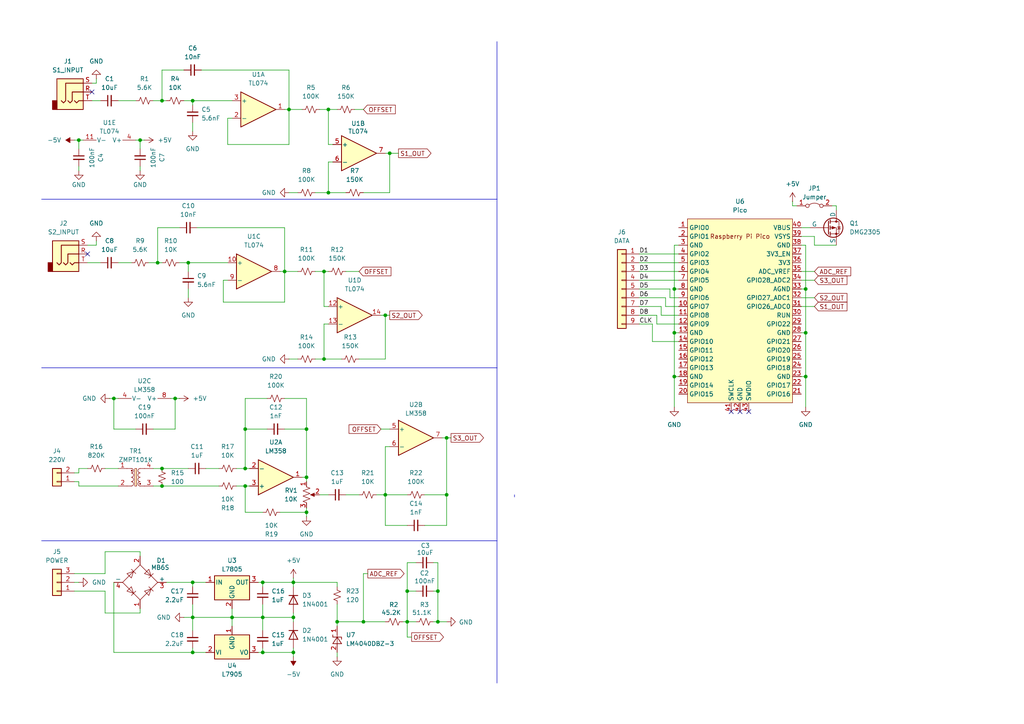
<source format=kicad_sch>
(kicad_sch (version 20231120) (generator "eeschema") (generator_version "8.0")
  (paper "A4")
  (lib_symbols
    (symbol "Amplifier_Operational:LM358" (pin_names (offset 0.127))
      (property "Reference" "U" (at 0 5.08 0))
      (property "Value" "LM358" (at 0 -5.08 0))
      (symbol "LM358_1_1"
        (pin output line (at 7.62 0 180) (length 2.54) (name "~") (number "1"))
        (pin input line (at -7.62 -2.54 0) (length 2.54) (name "-") (number "2"))
        (pin input line (at -7.62 2.54 0) (length 2.54) (name "+") (number "3"))
      )
      (symbol "LM358_2_1"
        (pin input line (at -7.62 2.54 0) (length 2.54) (name "+") (number "5"))
        (pin input line (at -7.62 -2.54 0) (length 2.54) (name "-") (number "6"))
        (pin output line (at 7.62 0 180) (length 2.54) (name "~") (number "7"))
      )
      (symbol "LM358_3_1"
        (pin power_in line (at -2.54 -7.62 90) (length 3.81) (name "V-") (number "4"))
        (pin power_in line (at -2.54 7.62 270) (length 3.81) (name "V+") (number "8"))
      )
    )
    (symbol "Amplifier_Operational:TL074" (pin_names (offset 0.127))
      (property "Reference" "U" (at 0 5.08 0))
      (property "Value" "TL074" (at 0 -5.08 0))
      (symbol "TL074_1_1"
        (pin output line (at 7.62 0 180) (length 2.54) (name "~") (number "1"))
        (pin input line (at -7.62 -2.54 0) (length 2.54) (name "-") (number "2"))
        (pin input line (at -7.62 2.54 0) (length 2.54) (name "+") (number "3"))
      )
      (symbol "TL074_2_1"
        (pin input line (at -7.62 2.54 0) (length 2.54) (name "+") (number "5"))
        (pin input line (at -7.62 -2.54 0) (length 2.54) (name "-") (number "6"))
        (pin output line (at 7.62 0 180) (length 2.54) (name "~") (number "7"))
      )
      (symbol "TL074_3_1"
        (pin input line (at -7.62 2.54 0) (length 2.54) (name "+") (number "10"))
        (pin output line (at 7.62 0 180) (length 2.54) (name "~") (number "8"))
        (pin input line (at -7.62 -2.54 0) (length 2.54) (name "-") (number "9"))
      )
      (symbol "TL074_4_1"
        (pin input line (at -7.62 2.54 0) (length 2.54) (name "+") (number "12"))
        (pin input line (at -7.62 -2.54 0) (length 2.54) (name "-") (number "13"))
        (pin output line (at 7.62 0 180) (length 2.54) (name "~") (number "14"))
      )
      (symbol "TL074_5_1"
        (pin power_in line (at -2.54 -7.62 90) (length 3.81) (name "V-") (number "11"))
        (pin power_in line (at -2.54 7.62 270) (length 3.81) (name "V+") (number "4"))
      )
    )
    (symbol "Connector_Audio:AudioJack3"
      (property "Reference" "J" (at 0 8.89 0))
      (property "Value" "AudioJack3" (at 0 6.35 0))
      (symbol "AudioJack3_1_1"
        (pin passive line (at 5.08 0 180) (length 2.54) (name "~") (number "R"))
        (pin passive line (at 5.08 2.54 180) (length 2.54) (name "~") (number "S"))
        (pin passive line (at 5.08 -2.54 180) (length 2.54) (name "~") (number "T"))
      )
    )
    (symbol "Connector_Generic:Conn_01x02" (pin_names (offset 1.016) hide)
      (property "Reference" "J" (at 0 2.54 0))
      (property "Value" "Conn_01x02" (at 0 -5.08 0))
      (symbol "Conn_01x02_1_1"
        (pin passive line (at -5.08 0 0) (length 3.81) (name "Pin_1") (number "1"))
        (pin passive line (at -5.08 -2.54 0) (length 3.81) (name "Pin_2") (number "2"))
      )
    )
    (symbol "Connector_Generic:Conn_01x03" (pin_names (offset 1.016) hide)
      (property "Reference" "J" (at 0 5.08 0))
      (property "Value" "Conn_01x03" (at 0 -5.08 0))
      (symbol "Conn_01x03_1_1"
        (pin passive line (at -5.08 2.54 0) (length 3.81) (name "Pin_1") (number "1"))
        (pin passive line (at -5.08 0 0) (length 3.81) (name "Pin_2") (number "2"))
        (pin passive line (at -5.08 -2.54 0) (length 3.81) (name "Pin_3") (number "3"))
      )
    )
    (symbol "Connector_Generic:Conn_01x09" (pin_names (offset 1.016) hide)
      (property "Reference" "J" (at 0 12.7 0))
      (property "Value" "Conn_01x09" (at 0 -12.7 0))
      (symbol "Conn_01x09_1_1"
        (pin passive line (at -5.08 10.16 0) (length 3.81) (name "Pin_1") (number "1"))
        (pin passive line (at -5.08 7.62 0) (length 3.81) (name "Pin_2") (number "2"))
        (pin passive line (at -5.08 5.08 0) (length 3.81) (name "Pin_3") (number "3"))
        (pin passive line (at -5.08 2.54 0) (length 3.81) (name "Pin_4") (number "4"))
        (pin passive line (at -5.08 0 0) (length 3.81) (name "Pin_5") (number "5"))
        (pin passive line (at -5.08 -2.54 0) (length 3.81) (name "Pin_6") (number "6"))
        (pin passive line (at -5.08 -5.08 0) (length 3.81) (name "Pin_7") (number "7"))
        (pin passive line (at -5.08 -7.62 0) (length 3.81) (name "Pin_8") (number "8"))
        (pin passive line (at -5.08 -10.16 0) (length 3.81) (name "Pin_9") (number "9"))
      )
    )
    (symbol "Device:C_Small" (pin_numbers hide) (pin_names (offset 0.254) hide)
      (property "Reference" "C" (at 0.254 1.778 0))
      (property "Value" "C_Small" (at 0.254 -2.032 0))
      (symbol "C_Small_1_1"
        (pin passive line (at 0 2.54 270) (length 2.032) (name "~") (number "1"))
        (pin passive line (at 0 -2.54 90) (length 2.032) (name "~") (number "2"))
      )
    )
    (symbol "Device:D" (pin_numbers hide) (pin_names (offset 1.016) hide)
      (property "Reference" "D" (at 0 2.54 0))
      (property "Value" "D" (at 0 -2.54 0))
      (symbol "D_1_1"
        (pin passive line (at -3.81 0 0) (length 2.54) (name "K") (number "1"))
        (pin passive line (at 3.81 0 180) (length 2.54) (name "A") (number "2"))
      )
    )
    (symbol "Device:R_Potentiometer_US" (pin_names (offset 1.016) hide)
      (property "Reference" "RV" (at -4.445 0 90))
      (property "Value" "R_Potentiometer_US" (at -2.54 0 90))
      (symbol "R_Potentiometer_US_1_1"
        (pin passive line (at 0 3.81 270) (length 1.27) (name "1") (number "1"))
        (pin passive line (at 3.81 0 180) (length 1.27) (name "2") (number "2"))
        (pin passive line (at 0 -3.81 90) (length 1.27) (name "3") (number "3"))
      )
    )
    (symbol "Device:R_Small_US" (pin_numbers hide) (pin_names (offset 0.254) hide)
      (property "Reference" "R" (at 0.762 0.508 0))
      (property "Value" "R_Small_US" (at 0.762 -1.016 0))
      (symbol "R_Small_US_1_1"
        (pin passive line (at 0 2.54 270) (length 1.016) (name "~") (number "1"))
        (pin passive line (at 0 -2.54 90) (length 1.016) (name "~") (number "2"))
      )
    )
    (symbol "Diode_Bridge:MB6S" (pin_names (offset 0))
      (property "Reference" "D" (at 2.54 6.985 0))
      (property "Value" "MB6S" (at 2.54 5.08 0))
      (symbol "MB6S_1_1"
        (pin passive line (at 0 -7.62 90) (length 2.54) (name "~") (number "1"))
        (pin passive line (at 0 7.62 270) (length 2.54) (name "~") (number "2"))
        (pin passive line (at 7.62 0 180) (length 2.54) (name "+") (number "3"))
        (pin passive line (at -7.62 0 0) (length 2.54) (name "-") (number "4"))
      )
    )
    (symbol "Jumper:Jumper_2_Bridged" (pin_names (offset 0) hide)
      (property "Reference" "JP" (at 0 1.905 0))
      (property "Value" "Jumper_2_Bridged" (at 0 -2.54 0))
      (symbol "Jumper_2_Bridged_1_1"
        (pin passive line (at -5.08 0 0) (length 2.54) (name "A") (number "1"))
        (pin passive line (at 5.08 0 180) (length 2.54) (name "B") (number "2"))
      )
    )
    (symbol "MCU_RaspberryPi_and_Boards:Pico"
      (property "Reference" "U" (at -13.97 27.94 0))
      (property "Value" "Pico" (at 0 19.05 0))
      (symbol "Pico_0_0"
        (text "Raspberry Pi Pico" (at 0 21.59 0) (effects (font (size 1.27 1.27))))
      )
      (symbol "Pico_1_1"
        (pin bidirectional line (at -17.78 24.13 0) (length 2.54) (name "GPIO0") (number "1"))
        (pin bidirectional line (at -17.78 1.27 0) (length 2.54) (name "GPIO7") (number "10"))
        (pin bidirectional line (at -17.78 -1.27 0) (length 2.54) (name "GPIO8") (number "11"))
        (pin bidirectional line (at -17.78 -3.81 0) (length 2.54) (name "GPIO9") (number "12"))
        (pin power_in line (at -17.78 -6.35 0) (length 2.54) (name "GND") (number "13"))
        (pin bidirectional line (at -17.78 -8.89 0) (length 2.54) (name "GPIO10") (number "14"))
        (pin bidirectional line (at -17.78 -11.43 0) (length 2.54) (name "GPIO11") (number "15"))
        (pin bidirectional line (at -17.78 -13.97 0) (length 2.54) (name "GPIO12") (number "16"))
        (pin bidirectional line (at -17.78 -16.51 0) (length 2.54) (name "GPIO13") (number "17"))
        (pin power_in line (at -17.78 -19.05 0) (length 2.54) (name "GND") (number "18"))
        (pin bidirectional line (at -17.78 -21.59 0) (length 2.54) (name "GPIO14") (number "19"))
        (pin bidirectional line (at -17.78 21.59 0) (length 2.54) (name "GPIO1") (number "2"))
        (pin bidirectional line (at -17.78 -24.13 0) (length 2.54) (name "GPIO15") (number "20"))
        (pin bidirectional line (at 17.78 -24.13 180) (length 2.54) (name "GPIO16") (number "21"))
        (pin bidirectional line (at 17.78 -21.59 180) (length 2.54) (name "GPIO17") (number "22"))
        (pin power_in line (at 17.78 -19.05 180) (length 2.54) (name "GND") (number "23"))
        (pin bidirectional line (at 17.78 -16.51 180) (length 2.54) (name "GPIO18") (number "24"))
        (pin bidirectional line (at 17.78 -13.97 180) (length 2.54) (name "GPIO19") (number "25"))
        (pin bidirectional line (at 17.78 -11.43 180) (length 2.54) (name "GPIO20") (number "26"))
        (pin bidirectional line (at 17.78 -8.89 180) (length 2.54) (name "GPIO21") (number "27"))
        (pin power_in line (at 17.78 -6.35 180) (length 2.54) (name "GND") (number "28"))
        (pin bidirectional line (at 17.78 -3.81 180) (length 2.54) (name "GPIO22") (number "29"))
        (pin power_in line (at -17.78 19.05 0) (length 2.54) (name "GND") (number "3"))
        (pin input line (at 17.78 -1.27 180) (length 2.54) (name "RUN") (number "30"))
        (pin bidirectional line (at 17.78 1.27 180) (length 2.54) (name "GPIO26_ADC0") (number "31"))
        (pin bidirectional line (at 17.78 3.81 180) (length 2.54) (name "GPIO27_ADC1") (number "32"))
        (pin power_in line (at 17.78 6.35 180) (length 2.54) (name "AGND") (number "33"))
        (pin bidirectional line (at 17.78 8.89 180) (length 2.54) (name "GPIO28_ADC2") (number "34"))
        (pin power_in line (at 17.78 11.43 180) (length 2.54) (name "ADC_VREF") (number "35"))
        (pin power_in line (at 17.78 13.97 180) (length 2.54) (name "3V3") (number "36"))
        (pin input line (at 17.78 16.51 180) (length 2.54) (name "3V3_EN") (number "37"))
        (pin bidirectional line (at 17.78 19.05 180) (length 2.54) (name "GND") (number "38"))
        (pin power_in line (at 17.78 21.59 180) (length 2.54) (name "VSYS") (number "39"))
        (pin bidirectional line (at -17.78 16.51 0) (length 2.54) (name "GPIO2") (number "4"))
        (pin power_in line (at 17.78 24.13 180) (length 2.54) (name "VBUS") (number "40"))
        (pin input line (at -2.54 -29.21 90) (length 2.54) (name "SWCLK") (number "41"))
        (pin power_in line (at 0 -29.21 90) (length 2.54) (name "GND") (number "42"))
        (pin bidirectional line (at 2.54 -29.21 90) (length 2.54) (name "SWDIO") (number "43"))
        (pin bidirectional line (at -17.78 13.97 0) (length 2.54) (name "GPIO3") (number "5"))
        (pin bidirectional line (at -17.78 11.43 0) (length 2.54) (name "GPIO4") (number "6"))
        (pin bidirectional line (at -17.78 8.89 0) (length 2.54) (name "GPIO5") (number "7"))
        (pin power_in line (at -17.78 6.35 0) (length 2.54) (name "GND") (number "8"))
        (pin bidirectional line (at -17.78 3.81 0) (length 2.54) (name "GPIO6") (number "9"))
      )
    )
    (symbol "Reference_Voltage:LM4040DBZ-3" (pin_names (offset 0.0254) hide)
      (property "Reference" "U" (at 0 2.54 0))
      (property "Value" "LM4040DBZ-3" (at 0 -3.175 0))
      (symbol "LM4040DBZ-3_1_1"
        (pin passive line (at 3.81 0 180) (length 2.54) (name "K") (number "1"))
        (pin passive line (at -3.81 0 0) (length 2.54) (name "A") (number "2"))
      )
    )
    (symbol "Regulator_Linear:L7805" (pin_names (offset 0.254))
      (property "Reference" "U" (at -3.81 3.175 0))
      (property "Value" "L7805" (at 0 3.175 0))
      (symbol "L7805_1_1"
        (pin power_in line (at -7.62 0 0) (length 2.54) (name "IN") (number "1"))
        (pin power_in line (at 0 -7.62 90) (length 2.54) (name "GND") (number "2"))
        (pin power_out line (at 7.62 0 180) (length 2.54) (name "OUT") (number "3"))
      )
    )
    (symbol "Regulator_Linear:L7905" (pin_names (offset 0.254))
      (property "Reference" "U" (at -3.81 -3.175 0))
      (property "Value" "L7905" (at 0 -3.175 0))
      (symbol "L7905_1_1"
        (pin power_in line (at 0 7.62 270) (length 2.54) (name "GND") (number "1"))
        (pin power_in line (at -7.62 0 0) (length 2.54) (name "VI") (number "2"))
        (pin power_out line (at 7.62 0 180) (length 2.54) (name "VO") (number "3"))
      )
    )
    (symbol "Simulation_SPICE:PMOS" (pin_numbers hide) (pin_names (offset 0))
      (property "Reference" "Q" (at 5.08 1.27 0))
      (property "Value" "PMOS" (at 5.08 -1.27 0))
      (symbol "PMOS_1_1"
        (pin passive line (at 2.54 5.08 270) (length 2.54) (name "D") (number "1"))
        (pin input line (at -5.08 0 0) (length 2.54) (name "G") (number "2"))
        (pin passive line (at 2.54 -5.08 90) (length 2.54) (name "S") (number "3"))
      )
    )
    (symbol "Transformer:ZMPT101K"
      (property "Reference" "TR" (at 0 4.445 0))
      (property "Value" "ZMPT101K" (at 0 -4.445 0))
      (symbol "ZMPT101K_1_1"
        (pin passive line (at -5.08 2.54 0) (length 2.54) (name "~") (number "1"))
        (pin passive line (at -5.08 -2.54 0) (length 2.54) (name "~") (number "2"))
        (pin passive line (at 5.08 -2.54 180) (length 2.54) (name "~") (number "3"))
        (pin passive line (at 5.08 2.54 180) (length 2.54) (name "~") (number "4"))
      )
    )
    (symbol "power:+5V" (power) (pin_numbers hide) (pin_names (offset 0) hide)
      (property "Value" "+5V" (at 0 3.556 0))
      (symbol "+5V_1_1"
        (pin power_in line (at 0 0 90) (length 0) (name "~") (number "1"))
      )
    )
    (symbol "power:-5V" (power) (pin_numbers hide) (pin_names (offset 0) hide)
      (property "Value" "-5V" (at 0 3.556 0))
      (symbol "-5V_0_0"
        (pin power_in line (at 0 0 90) (length 0) (name "~") (number "1"))
      )
    )
    (symbol "power:GND" (power) (pin_numbers hide) (pin_names (offset 0) hide)
      (property "Value" "GND" (at 0 -3.81 0))
      (symbol "GND_1_1"
        (pin power_in line (at 0 0 270) (length 0) (name "~") (number "1"))
      )
    )
  )
  (junction (at 71.12 140.97))
  (junction (at 55.88 189.23))
  (junction (at 97.79 180.34))
  (junction (at 46.99 135.89))
  (junction (at 46.99 29.21))
  (junction (at 55.88 168.91))
  (junction (at 76.2 179.07))
  (junction (at 71.12 135.89))
  (junction (at 85.09 179.07))
  (junction (at 113.03 44.45))
  (junction (at 55.88 29.21))
  (junction (at 118.11 180.34))
  (junction (at 233.68 83.82))
  (junction (at 82.55 78.74))
  (junction (at 85.09 189.23))
  (junction (at 93.98 104.14))
  (junction (at 111.76 143.51))
  (junction (at 46.99 140.97))
  (junction (at 76.2 168.91))
  (junction (at 118.11 171.45))
  (junction (at 195.58 96.52))
  (junction (at 85.09 168.91))
  (junction (at 88.9 124.46))
  (junction (at 55.88 179.07))
  (junction (at 45.72 76.2))
  (junction (at 76.2 189.23))
  (junction (at 88.9 138.43))
  (junction (at 127 180.34))
  (junction (at 195.58 109.22))
  (junction (at 95.25 31.75))
  (junction (at 195.58 83.82))
  (junction (at 67.31 179.07))
  (junction (at 111.76 91.44))
  (junction (at 83.82 31.75))
  (junction (at 22.86 40.64))
  (junction (at 88.9 148.59))
  (junction (at 233.68 96.52))
  (junction (at 129.54 127))
  (junction (at 95.25 55.88))
  (junction (at 93.98 78.74))
  (junction (at 54.61 76.2))
  (junction (at 40.64 40.64))
  (junction (at 233.68 109.22))
  (junction (at 71.12 124.46))
  (junction (at 33.02 115.57))
  (junction (at 50.8 115.57))
  (junction (at 127 171.45))
  (junction (at 129.54 143.51))
  (junction (at 105.41 180.34))
  (no_connect (at 217.17 119.38))
  (no_connect (at 25.4 73.66))
  (no_connect (at 214.63 119.38))
  (no_connect (at 26.67 26.67))
  (no_connect (at 212.09 119.38))
  (wire (pts (xy 74.93 189.23) (xy 76.2 189.23)))
  (wire (pts (xy 105.41 180.34) (xy 111.76 180.34)))
  (wire (pts (xy 118.11 171.45) (xy 118.11 163.195)))
  (wire (pts (xy 185.42 81.28) (xy 196.85 81.28)))
  (wire (pts (xy 71.12 124.46) (xy 71.12 135.89)))
  (wire (pts (xy 95.25 31.75) (xy 97.79 31.75)))
  (wire (pts (xy 27.94 22.86) (xy 27.94 24.13)))
  (polyline (pts (xy 12.065 156.845) (xy 144.145 156.845)))
  (wire (pts (xy 54.61 83.82) (xy 54.61 86.36)))
  (wire (pts (xy 113.03 55.88) (xy 113.03 44.45)))
  (wire (pts (xy 55.88 29.21) (xy 67.31 29.21)))
  (wire (pts (xy 125.73 171.45) (xy 127 171.45)))
  (wire (pts (xy 44.45 140.97) (xy 46.99 140.97)))
  (wire (pts (xy 185.42 73.66) (xy 196.85 73.66)))
  (wire (pts (xy 40.64 160.02) (xy 40.64 161.29)))
  (wire (pts (xy 118.11 180.34) (xy 118.11 171.45)))
  (wire (pts (xy 111.76 44.45) (xy 113.03 44.45)))
  (wire (pts (xy 191.77 91.44) (xy 191.77 88.9)))
  (wire (pts (xy 55.88 179.07) (xy 55.88 182.88)))
  (wire (pts (xy 191.77 88.9) (xy 185.42 88.9)))
  (wire (pts (xy 100.33 143.51) (xy 104.14 143.51)))
  (wire (pts (xy 53.34 29.21) (xy 55.88 29.21)))
  (wire (pts (xy 82.55 66.04) (xy 82.55 78.74)))
  (wire (pts (xy 111.76 104.14) (xy 111.76 91.44)))
  (wire (pts (xy 111.76 91.44) (xy 113.03 91.44)))
  (wire (pts (xy 46.99 29.21) (xy 48.26 29.21)))
  (wire (pts (xy 31.75 115.57) (xy 33.02 115.57)))
  (wire (pts (xy 55.88 175.26) (xy 55.88 179.07)))
  (wire (pts (xy 116.84 180.34) (xy 118.11 180.34)))
  (wire (pts (xy 26.67 29.21) (xy 29.21 29.21)))
  (wire (pts (xy 53.34 179.07) (xy 55.88 179.07)))
  (wire (pts (xy 232.41 78.74) (xy 236.22 78.74)))
  (polyline (pts (xy 144.145 106.68) (xy 144.145 57.785)))
  (wire (pts (xy 97.79 168.91) (xy 85.09 168.91)))
  (wire (pts (xy 118.11 163.195) (xy 120.65 163.195)))
  (wire (pts (xy 55.88 187.96) (xy 55.88 189.23)))
  (wire (pts (xy 58.42 20.32) (xy 83.82 20.32)))
  (wire (pts (xy 196.85 93.98) (xy 190.5 93.98)))
  (wire (pts (xy 82.55 87.63) (xy 82.55 78.74)))
  (wire (pts (xy 196.85 99.06) (xy 189.23 99.06)))
  (wire (pts (xy 190.5 91.44) (xy 185.42 91.44)))
  (wire (pts (xy 64.77 81.28) (xy 64.77 87.63)))
  (wire (pts (xy 76.2 189.23) (xy 76.2 187.96)))
  (wire (pts (xy 232.41 81.28) (xy 236.22 81.28)))
  (polyline (pts (xy 12.065 57.785) (xy 144.145 57.785)))
  (wire (pts (xy 91.44 55.88) (xy 95.25 55.88)))
  (wire (pts (xy 129.54 152.4) (xy 129.54 143.51)))
  (wire (pts (xy 113.03 129.54) (xy 111.76 129.54)))
  (wire (pts (xy 57.15 66.04) (xy 82.55 66.04)))
  (wire (pts (xy 66.04 41.91) (xy 83.82 41.91)))
  (wire (pts (xy 55.88 168.91) (xy 55.88 170.18)))
  (wire (pts (xy 85.09 167.64) (xy 85.09 168.91)))
  (wire (pts (xy 22.86 49.53) (xy 22.86 48.26)))
  (wire (pts (xy 77.47 124.46) (xy 71.12 124.46)))
  (wire (pts (xy 196.85 109.22) (xy 195.58 109.22)))
  (wire (pts (xy 46.99 135.89) (xy 54.61 135.89)))
  (wire (pts (xy 34.29 29.21) (xy 39.37 29.21)))
  (wire (pts (xy 30.48 160.02) (xy 40.64 160.02)))
  (wire (pts (xy 82.55 115.57) (xy 88.9 115.57)))
  (wire (pts (xy 195.58 71.12) (xy 195.58 83.82)))
  (wire (pts (xy 22.86 135.89) (xy 25.4 135.89)))
  (wire (pts (xy 92.71 31.75) (xy 95.25 31.75)))
  (wire (pts (xy 97.79 181.61) (xy 97.79 180.34)))
  (wire (pts (xy 241.3 59.69) (xy 242.57 59.69)))
  (wire (pts (xy 195.58 83.82) (xy 195.58 96.52)))
  (wire (pts (xy 21.59 40.64) (xy 22.86 40.64)))
  (wire (pts (xy 85.09 179.07) (xy 85.09 180.34)))
  (wire (pts (xy 102.87 31.75) (xy 105.41 31.75)))
  (wire (pts (xy 27.94 69.85) (xy 27.94 71.12)))
  (wire (pts (xy 127 171.45) (xy 127 163.195)))
  (wire (pts (xy 55.88 35.56) (xy 55.88 38.1)))
  (wire (pts (xy 242.57 71.12) (xy 236.22 71.12)))
  (wire (pts (xy 233.68 83.82) (xy 233.68 96.52)))
  (wire (pts (xy 81.28 148.59) (xy 88.9 148.59)))
  (wire (pts (xy 83.82 41.91) (xy 83.82 31.75)))
  (wire (pts (xy 45.72 76.2) (xy 46.99 76.2)))
  (wire (pts (xy 85.09 187.96) (xy 85.09 189.23)))
  (wire (pts (xy 64.77 87.63) (xy 82.55 87.63)))
  (wire (pts (xy 233.68 109.22) (xy 233.68 96.52)))
  (wire (pts (xy 109.22 143.51) (xy 111.76 143.51)))
  (wire (pts (xy 44.45 124.46) (xy 50.8 124.46)))
  (polyline (pts (xy 144.145 198.12) (xy 144.145 156.845)))
  (wire (pts (xy 95.25 93.98) (xy 93.98 93.98)))
  (wire (pts (xy 44.45 135.89) (xy 46.99 135.89)))
  (wire (pts (xy 96.52 41.91) (xy 95.25 41.91)))
  (wire (pts (xy 39.37 124.46) (xy 33.02 124.46)))
  (wire (pts (xy 21.59 137.16) (xy 22.86 137.16)))
  (wire (pts (xy 55.88 29.21) (xy 55.88 30.48)))
  (wire (pts (xy 54.61 76.2) (xy 54.61 78.74)))
  (wire (pts (xy 118.11 152.4) (xy 111.76 152.4)))
  (wire (pts (xy 127 180.34) (xy 127 171.45)))
  (wire (pts (xy 129.54 127) (xy 128.27 127)))
  (wire (pts (xy 67.31 179.07) (xy 67.31 181.61)))
  (wire (pts (xy 127 180.34) (xy 125.73 180.34)))
  (wire (pts (xy 68.58 135.89) (xy 71.12 135.89)))
  (wire (pts (xy 68.58 140.97) (xy 71.12 140.97)))
  (wire (pts (xy 91.44 78.74) (xy 93.98 78.74)))
  (wire (pts (xy 76.2 148.59) (xy 71.12 148.59)))
  (wire (pts (xy 83.82 31.75) (xy 82.55 31.75)))
  (wire (pts (xy 95.25 88.9) (xy 93.98 88.9)))
  (wire (pts (xy 40.64 40.64) (xy 40.64 43.18)))
  (wire (pts (xy 66.04 81.28) (xy 64.77 81.28)))
  (wire (pts (xy 88.9 138.43) (xy 87.63 138.43)))
  (wire (pts (xy 95.25 46.99) (xy 95.25 55.88)))
  (wire (pts (xy 76.2 170.18) (xy 76.2 168.91)))
  (wire (pts (xy 105.41 166.37) (xy 105.41 180.34)))
  (wire (pts (xy 93.98 93.98) (xy 93.98 104.14)))
  (wire (pts (xy 82.55 78.74) (xy 81.28 78.74)))
  (wire (pts (xy 21.59 166.37) (xy 30.48 166.37)))
  (polyline (pts (xy 149.225 144.145) (xy 149.225 143.51)))
  (wire (pts (xy 76.2 189.23) (xy 85.09 189.23)))
  (wire (pts (xy 232.41 109.22) (xy 233.68 109.22)))
  (wire (pts (xy 22.86 137.16) (xy 22.86 135.89)))
  (wire (pts (xy 34.29 76.2) (xy 38.1 76.2)))
  (wire (pts (xy 88.9 148.59) (xy 88.9 147.32)))
  (wire (pts (xy 196.85 96.52) (xy 195.58 96.52)))
  (wire (pts (xy 232.41 71.12) (xy 233.68 71.12)))
  (wire (pts (xy 43.18 76.2) (xy 45.72 76.2)))
  (wire (pts (xy 236.22 68.58) (xy 232.41 68.58)))
  (wire (pts (xy 105.41 166.37) (xy 106.68 166.37)))
  (wire (pts (xy 229.87 59.69) (xy 231.14 59.69)))
  (wire (pts (xy 71.12 135.89) (xy 72.39 135.89)))
  (wire (pts (xy 129.54 143.51) (xy 129.54 127)))
  (wire (pts (xy 93.98 88.9) (xy 93.98 78.74)))
  (wire (pts (xy 83.82 104.14) (xy 86.36 104.14)))
  (wire (pts (xy 110.49 124.46) (xy 113.03 124.46)))
  (wire (pts (xy 104.14 104.14) (xy 111.76 104.14)))
  (wire (pts (xy 195.58 96.52) (xy 195.58 109.22)))
  (wire (pts (xy 25.4 76.2) (xy 29.21 76.2)))
  (wire (pts (xy 189.23 99.06) (xy 189.23 93.98)))
  (wire (pts (xy 105.41 55.88) (xy 113.03 55.88)))
  (wire (pts (xy 123.19 152.4) (xy 129.54 152.4)))
  (wire (pts (xy 59.69 189.23) (xy 55.88 189.23)))
  (wire (pts (xy 100.33 78.74) (xy 104.14 78.74)))
  (wire (pts (xy 85.09 179.07) (xy 76.2 179.07)))
  (wire (pts (xy 74.93 168.91) (xy 76.2 168.91)))
  (wire (pts (xy 33.02 124.46) (xy 33.02 115.57)))
  (wire (pts (xy 232.41 88.9) (xy 236.22 88.9)))
  (wire (pts (xy 129.54 127) (xy 130.81 127)))
  (wire (pts (xy 97.79 175.26) (xy 97.79 180.34)))
  (wire (pts (xy 76.2 179.07) (xy 67.31 179.07)))
  (wire (pts (xy 194.31 86.36) (xy 194.31 83.82)))
  (wire (pts (xy 33.02 189.23) (xy 55.88 189.23)))
  (polyline (pts (xy 144.145 12.065) (xy 144.145 57.785)))
  (wire (pts (xy 39.37 40.64) (xy 40.64 40.64)))
  (wire (pts (xy 85.09 170.18) (xy 85.09 168.91)))
  (wire (pts (xy 54.61 76.2) (xy 66.04 76.2)))
  (wire (pts (xy 93.98 104.14) (xy 99.06 104.14)))
  (wire (pts (xy 236.22 71.12) (xy 236.22 68.58)))
  (wire (pts (xy 50.8 124.46) (xy 50.8 115.57)))
  (wire (pts (xy 83.82 55.88) (xy 86.36 55.88)))
  (wire (pts (xy 95.25 31.75) (xy 95.25 41.91)))
  (wire (pts (xy 233.68 83.82) (xy 232.41 83.82)))
  (wire (pts (xy 85.09 177.8) (xy 85.09 179.07)))
  (wire (pts (xy 27.94 71.12) (xy 25.4 71.12)))
  (wire (pts (xy 97.79 180.34) (xy 105.41 180.34)))
  (wire (pts (xy 85.09 168.91) (xy 76.2 168.91)))
  (wire (pts (xy 82.55 78.74) (xy 86.36 78.74)))
  (wire (pts (xy 118.11 180.34) (xy 118.11 184.785)))
  (wire (pts (xy 232.41 96.52) (xy 233.68 96.52)))
  (wire (pts (xy 196.85 71.12) (xy 195.58 71.12)))
  (wire (pts (xy 189.23 93.98) (xy 185.42 93.98)))
  (wire (pts (xy 123.19 143.51) (xy 129.54 143.51)))
  (wire (pts (xy 127 180.34) (xy 129.54 180.34)))
  (wire (pts (xy 232.41 66.04) (xy 234.95 66.04)))
  (wire (pts (xy 232.41 86.36) (xy 236.22 86.36)))
  (polyline (pts (xy 12.065 106.68) (xy 144.145 106.68)))
  (wire (pts (xy 97.79 170.18) (xy 97.79 168.91)))
  (wire (pts (xy 196.85 91.44) (xy 191.77 91.44)))
  (wire (pts (xy 194.31 83.82) (xy 185.42 83.82)))
  (wire (pts (xy 46.99 140.97) (xy 63.5 140.97)))
  (wire (pts (xy 52.07 66.04) (xy 45.72 66.04)))
  (wire (pts (xy 83.82 20.32) (xy 83.82 31.75)))
  (wire (pts (xy 34.29 140.97) (xy 22.86 140.97)))
  (wire (pts (xy 21.59 171.45) (xy 30.48 171.45)))
  (wire (pts (xy 92.71 143.51) (xy 95.25 143.51)))
  (wire (pts (xy 93.98 78.74) (xy 95.25 78.74)))
  (polyline (pts (xy 144.145 156.845) (xy 144.145 106.68)))
  (wire (pts (xy 52.07 76.2) (xy 54.61 76.2)))
  (wire (pts (xy 185.42 76.2) (xy 196.85 76.2)))
  (wire (pts (xy 111.76 143.51) (xy 111.76 152.4)))
  (wire (pts (xy 30.48 171.45) (xy 30.48 177.8)))
  (wire (pts (xy 50.8 115.57) (xy 52.07 115.57)))
  (wire (pts (xy 97.79 189.23) (xy 97.79 190.5)))
  (wire (pts (xy 76.2 182.88) (xy 76.2 179.07)))
  (wire (pts (xy 88.9 148.59) (xy 88.9 149.86)))
  (wire (pts (xy 195.58 109.22) (xy 195.58 118.11)))
  (wire (pts (xy 233.68 109.22) (xy 233.68 118.11)))
  (wire (pts (xy 40.64 177.8) (xy 40.64 176.53)))
  (wire (pts (xy 30.48 166.37) (xy 30.48 160.02)))
  (wire (pts (xy 120.65 180.34) (xy 118.11 180.34)))
  (wire (pts (xy 45.72 66.04) (xy 45.72 76.2)))
  (wire (pts (xy 88.9 139.7) (xy 88.9 138.43)))
  (wire (pts (xy 22.86 140.97) (xy 22.86 139.7)))
  (wire (pts (xy 71.12 115.57) (xy 71.12 124.46)))
  (wire (pts (xy 91.44 104.14) (xy 93.98 104.14)))
  (wire (pts (xy 30.48 135.89) (xy 34.29 135.89)))
  (wire (pts (xy 67.31 34.29) (xy 66.04 34.29)))
  (wire (pts (xy 77.47 115.57) (xy 71.12 115.57)))
  (wire (pts (xy 185.42 78.74) (xy 196.85 78.74)))
  (wire (pts (xy 118.11 171.45) (xy 120.65 171.45)))
  (wire (pts (xy 111.76 129.54) (xy 111.76 143.51)))
  (wire (pts (xy 96.52 46.99) (xy 95.25 46.99)))
  (wire (pts (xy 88.9 115.57) (xy 88.9 124.46)))
  (wire (pts (xy 83.82 31.75) (xy 87.63 31.75)))
  (wire (pts (xy 88.9 124.46) (xy 88.9 138.43)))
  (wire (pts (xy 48.26 168.91) (xy 55.88 168.91)))
  (wire (pts (xy 40.64 40.64) (xy 41.91 40.64)))
  (wire (pts (xy 59.69 135.89) (xy 63.5 135.89)))
  (wire (pts (xy 119.38 184.785) (xy 118.11 184.785)))
  (wire (pts (xy 125.73 163.195) (xy 127 163.195)))
  (wire (pts (xy 111.76 91.44) (xy 110.49 91.44)))
  (wire (pts (xy 33.02 115.57) (xy 34.29 115.57)))
  (wire (pts (xy 33.02 189.23) (xy 33.02 168.91)))
  (wire (pts (xy 196.85 88.9) (xy 193.04 88.9)))
  (wire (pts (xy 196.85 86.36) (xy 194.31 86.36)))
  (wire (pts (xy 66.04 34.29) (xy 66.04 41.91)))
  (wire (pts (xy 193.04 86.36) (xy 185.42 86.36)))
  (wire (pts (xy 71.12 148.59) (xy 71.12 140.97)))
  (wire (pts (xy 67.31 176.53) (xy 67.31 179.07)))
  (wire (pts (xy 229.87 58.42) (xy 229.87 59.69)))
  (wire (pts (xy 49.53 115.57) (xy 50.8 115.57)))
  (wire (pts (xy 95.25 55.88) (xy 100.33 55.88)))
  (wire (pts (xy 190.5 93.98) (xy 190.5 91.44)))
  (wire (pts (xy 30.48 177.8) (xy 40.64 177.8)))
  (wire (pts (xy 71.12 140.97) (xy 72.39 140.97)))
  (wire (pts (xy 111.76 143.51) (xy 118.11 143.51)))
  (wire (pts (xy 55.88 179.07) (xy 67.31 179.07)))
  (wire (pts (xy 76.2 175.26) (xy 76.2 179.07)))
  (wire (pts (xy 22.86 40.64) (xy 22.86 43.18)))
  (wire (pts (xy 44.45 29.21) (xy 46.99 29.21)))
  (wire (pts (xy 85.09 189.23) (xy 85.09 190.5)))
  (wire (pts (xy 242.57 59.69) (xy 242.57 60.96)))
  (wire (pts (xy 193.04 88.9) (xy 193.04 86.36)))
  (wire (pts (xy 82.55 124.46) (xy 88.9 124.46)))
  (wire (pts (xy 27.94 24.13) (xy 26.67 24.13)))
  (wire (pts (xy 55.88 168.91) (xy 59.69 168.91)))
  (wire (pts (xy 22.86 40.64) (xy 24.13 40.64)))
  (wire (pts (xy 113.03 44.45) (xy 115.57 44.45)))
  (wire (pts (xy 233.68 71.12) (xy 233.68 83.82)))
  (wire (pts (xy 46.99 20.32) (xy 46.99 29.21)))
  (wire (pts (xy 40.64 49.53) (xy 40.64 48.26)))
  (wire (pts (xy 53.34 20.32) (xy 46.99 20.32)))
  (wire (pts (xy 21.59 168.91) (xy 22.86 168.91)))
  (wire (pts (xy 195.58 83.82) (xy 196.85 83.82)))
  (wire (pts (xy 22.86 139.7) (xy 21.59 139.7)))
  (label "D5" (at 185.42 83.82 0))
  (label "CLK" (at 185.42 93.98 0))
  (label "D1" (at 185.42 73.66 0))
  (label "D6" (at 185.42 86.36 0))
  (label "D8" (at 185.42 91.44 0))
  (label "D2" (at 185.42 76.2 0))
  (label "D4" (at 185.42 81.28 0))
  (label "D3" (at 185.42 78.74 0))
  (label "D7" (at 185.42 88.9 0))
  (global_label "ADC_REF" (shape input) (at 236.22 78.74 0) (property "Intersheetrefs" "${INTERSHEET_REFS}" (effects (hide yes))))
  (global_label "S2_OUT" (shape output) (at 113.03 91.44 0) (property "Intersheetrefs" "${INTERSHEET_REFS}" (effects (hide yes))))
  (global_label "ADC_REF" (shape output) (at 106.68 166.37 0) (property "Intersheetrefs" "${INTERSHEET_REFS}" (effects (hide yes))))
  (global_label "S2_OUT" (shape input) (at 236.22 86.36 0) (property "Intersheetrefs" "${INTERSHEET_REFS}" (effects (hide yes))))
  (global_label "S1_OUT" (shape output) (at 115.57 44.45 0) (property "Intersheetrefs" "${INTERSHEET_REFS}" (effects (hide yes))))
  (global_label "S3_OUT" (shape input) (at 236.22 81.28 0) (property "Intersheetrefs" "${INTERSHEET_REFS}" (effects (hide yes))))
  (global_label "OFFSET" (shape input) (at 110.49 124.46 180) (property "Intersheetrefs" "${INTERSHEET_REFS}" (effects (hide yes))))
  (global_label "S3_OUT" (shape output) (at 130.81 127 0) (property "Intersheetrefs" "${INTERSHEET_REFS}" (effects (hide yes))))
  (global_label "OFFSET" (shape input) (at 104.14 78.74 0) (property "Intersheetrefs" "${INTERSHEET_REFS}" (effects (hide yes))))
  (global_label "OFFSET" (shape output) (at 119.38 184.785 0) (property "Intersheetrefs" "${INTERSHEET_REFS}" (effects (hide yes))))
  (global_label "S1_OUT" (shape input) (at 236.22 88.9 0) (property "Intersheetrefs" "${INTERSHEET_REFS}" (effects (hide yes))))
  (global_label "OFFSET" (shape input) (at 105.41 31.75 0) (property "Intersheetrefs" "${INTERSHEET_REFS}" (effects (hide yes))))
  (symbol (lib_id "power:GND") (at 22.86 168.91 90) (unit 1)
    (property "Reference" "#PWR08" (effects (hide yes)))
    (property "Value" "GND" (at 26.67 168.9099 90) (effects (justify right)))
    (property "Description" "Power symbol creates a global label with name \"GND\" , ground" (effects (hide yes)))
  )
  (symbol (lib_id "Regulator_Linear:L7805") (at 67.31 168.91 0) (unit 1)
    (property "Reference" "U3" (at 67.31 162.56 0))
    (property "Value" "L7805" (at 67.31 165.1 0))
    (property "Datasheet" "http://www.st.com/content/ccc/resource/technical/document/datasheet/41/4f/b3/b0/12/d4/47/88/CD00000444.pdf/files/CD00000444.pdf/jcr:content/translations/en.CD00000444.pdf" (effects (hide yes)))
    (property "Description" "Positive 1.5A 35V Linear Regulator, Fixed Output 5V, TO-220/TO-263/TO-252" (effects (hide yes)))
  )
  (symbol (lib_id "power:GND") (at 97.79 190.5 0) (unit 1)
    (property "Reference" "#PWR02" (effects (hide yes)))
    (property "Value" "GND" (at 97.79 195.58 0))
    (property "Description" "Power symbol creates a global label with name \"GND\" , ground" (effects (hide yes)))
  )
  (symbol (lib_id "Device:R_Small_US") (at 66.04 140.97 270) (unit 1)
    (property "Reference" "R18" (at 66.04 147.32 90))
    (property "Value" "10K" (at 66.04 144.78 90))
    (property "Description" "Resistor, small US symbol" (effects (hide yes)))
  )
  (symbol (lib_id "Device:C_Small") (at 57.15 135.89 90) (unit 1)
    (property "Reference" "C11" (at 57.1563 129.54 90))
    (property "Value" "1uF" (at 57.1563 132.08 90))
    (property "Description" "Unpolarized capacitor, small symbol" (effects (hide yes)))
  )
  (symbol (lib_id "Connector_Generic:Conn_01x03") (at 16.51 168.91 180) (unit 1)
    (property "Reference" "J5" (at 16.51 160.02 0))
    (property "Value" "POWER" (at 16.51 162.56 0))
    (property "Description" "Generic connector, single row, 01x03, script generated (kicad-library-utils/schlib/autogen/connector/)" (effects (hide yes)))
  )
  (symbol (lib_id "power:+5V") (at 41.91 40.64 270) (unit 1)
    (property "Reference" "#PWR04" (effects (hide yes)))
    (property "Value" "+5V" (at 45.72 40.6399 90) (effects (justify left)))
    (property "Description" "Power symbol creates a global label with name \"+5V\"" (effects (hide yes)))
  )
  (symbol (lib_id "power:+5V") (at 229.87 58.42 0) (unit 1)
    (property "Reference" "#PWR026" (effects (hide yes)))
    (property "Value" "+5V" (at 229.87 53.34 0))
    (property "Description" "Power symbol creates a global label with name \"+5V\"" (effects (hide yes)))
  )
  (symbol (lib_id "power:GND") (at 53.34 179.07 270) (unit 1)
    (property "Reference" "#PWR09" (effects (hide yes)))
    (property "Value" "GND" (at 49.53 179.0699 90) (effects (justify right)))
    (property "Description" "Power symbol creates a global label with name \"GND\" , ground" (effects (hide yes)))
  )
  (symbol (lib_id "Device:R_Small_US") (at 66.04 135.89 90) (unit 1)
    (property "Reference" "R17" (at 66.04 129.54 90))
    (property "Value" "10K" (at 66.04 132.08 90))
    (property "Description" "Resistor, small US symbol" (effects (hide yes)))
  )
  (symbol (lib_id "power:-5V") (at 21.59 40.64 90) (unit 1)
    (property "Reference" "#PWR05" (effects (hide yes)))
    (property "Value" "-5V" (at 17.78 40.6399 90) (effects (justify left)))
    (property "Description" "Power symbol creates a global label with name \"-5V\"" (effects (hide yes)))
  )
  (symbol (lib_id "Reference_Voltage:LM4040DBZ-3") (at 97.79 185.42 90) (unit 1)
    (property "Reference" "U7" (at 100.33 184.1499 90) (effects (justify right)))
    (property "Value" "LM4040DBZ-3" (at 100.33 186.6899 90) (effects (justify right)))
    (property "Footprint" "Package_TO_SOT_SMD:SOT-23" (effects (hide yes)))
    (property "Datasheet" "http://www.ti.com/lit/ds/symlink/lm4040-n.pdf" (effects (hide yes)))
    (property "Description" "3.000V Precision Micropower Shunt Voltage Reference, SOT-23" (effects (hide yes)))
  )
  (symbol (lib_id "Device:R_Small_US") (at 88.9 55.88 90) (unit 1)
    (property "Reference" "R8" (at 88.9 49.53 90))
    (property "Value" "100K" (at 88.9 52.07 90))
    (property "Description" "Resistor, small US symbol" (effects (hide yes)))
  )
  (symbol (lib_id "MCU_RaspberryPi_and_Boards:Pico") (at 214.63 90.17 0) (unit 1)
    (property "Reference" "U6" (at 214.63 58.42 0))
    (property "Value" "Pico" (at 214.63 60.96 0))
    (property "Footprint" "MCU_RaspberryPi_and_Boards:RPi_Pico_SMD_TH" (effects (hide yes)))
  )
  (symbol (lib_id "Device:R_Small_US") (at 102.87 55.88 90) (unit 1)
    (property "Reference" "R7" (at 102.87 49.53 90))
    (property "Value" "150K" (at 102.87 52.07 90))
    (property "Description" "Resistor, small US symbol" (effects (hide yes)))
  )
  (symbol (lib_id "Device:C_Small") (at 22.86 45.72 0) (unit 1)
    (property "Reference" "C4" (at 29.21 45.7264 90))
    (property "Value" "100nF" (at 26.67 45.7264 90))
    (property "Description" "Unpolarized capacitor, small symbol" (effects (hide yes)))
  )
  (symbol (lib_id "Device:C_Small") (at 40.64 45.72 180) (unit 1)
    (property "Reference" "C7" (at 46.99 45.7137 90))
    (property "Value" "100nF" (at 44.45 45.7137 90))
    (property "Description" "Unpolarized capacitor, small symbol" (effects (hide yes)))
  )
  (symbol (lib_id "Device:C_Small") (at 55.88 33.02 0) (unit 1)
    (property "Reference" "C5" (at 58.42 31.7562 0) (effects (justify left)))
    (property "Value" "5.6nF" (at 58.42 34.2962 0) (effects (justify left)))
    (property "Description" "Unpolarized capacitor, small symbol" (effects (hide yes)))
  )
  (symbol (lib_id "Jumper:Jumper_2_Bridged") (at 236.22 59.69 0) (unit 1)
    (property "Reference" "JP1" (at 236.22 54.61 0))
    (property "Value" "Jumper" (at 236.22 57.15 0))
    (property "Description" "Jumper, 2-pole, closed/bridged" (effects (hide yes)))
  )
  (symbol (lib_id "power:+5V") (at 85.09 167.64 0) (unit 1)
    (property "Reference" "#PWR010" (effects (hide yes)))
    (property "Value" "+5V" (at 85.09 162.56 0))
    (property "Description" "Power symbol creates a global label with name \"+5V\"" (effects (hide yes)))
  )
  (symbol (lib_id "power:GND") (at 40.64 49.53 0) (unit 1)
    (property "Reference" "#PWR015" (effects (hide yes)))
    (property "Value" "GND" (at 42.672 53.594 0) (effects (justify right)))
    (property "Description" "Power symbol creates a global label with name \"GND\" , ground" (effects (hide yes)))
  )
  (symbol (lib_id "Device:C_Small") (at 76.2 185.42 0) (unit 1)
    (property "Reference" "C15" (at 78.74 184.1562 0) (effects (justify left)))
    (property "Value" "1uF" (at 78.74 186.6962 0) (effects (justify left)))
    (property "Description" "Unpolarized capacitor, small symbol" (effects (hide yes)))
  )
  (symbol (lib_id "power:GND") (at 195.58 118.11 0) (unit 1)
    (property "Reference" "#PWR024" (effects (hide yes)))
    (property "Value" "GND" (at 195.58 123.19 0))
    (property "Description" "Power symbol creates a global label with name \"GND\" , ground" (effects (hide yes)))
  )
  (symbol (lib_id "power:GND") (at 54.61 86.36 0) (unit 1)
    (property "Reference" "#PWR017" (effects (hide yes)))
    (property "Value" "GND" (at 54.61 91.44 0))
    (property "Description" "Power symbol creates a global label with name \"GND\" , ground" (effects (hide yes)))
  )
  (symbol (lib_id "Device:D") (at 85.09 184.15 270) (unit 1)
    (property "Reference" "D2" (at 87.63 182.8799 90) (effects (justify left)))
    (property "Value" "1N4001" (at 87.63 185.4199 90) (effects (justify left)))
    (property "Description" "Diode" (effects (hide yes)))
    (property "Sim.Device" "D" (effects (hide yes)))
    (property "Sim.Pins" "1=K 2=A" (effects (hide yes)))
  )
  (symbol (lib_id "Device:C_Small") (at 80.01 124.46 90) (unit 1)
    (property "Reference" "C12" (at 80.0163 118.11 90))
    (property "Value" "1nF" (at 80.0163 120.65 90))
    (property "Description" "Unpolarized capacitor, small symbol" (effects (hide yes)))
  )
  (symbol (lib_id "Device:R_Small_US") (at 97.79 172.72 0) (unit 1)
    (property "Reference" "R23" (at 100.33 171.4499 0) (effects (justify left)))
    (property "Value" "120" (at 100.33 173.9899 0) (effects (justify left)))
    (property "Description" "Resistor, small US symbol" (effects (hide yes)))
  )
  (symbol (lib_id "Device:R_Small_US") (at 88.9 104.14 90) (unit 1)
    (property "Reference" "R14" (at 88.9 97.79 90))
    (property "Value" "100K" (at 88.9 100.33 90))
    (property "Description" "Resistor, small US symbol" (effects (hide yes)))
  )
  (symbol (lib_id "Device:C_Small") (at 54.61 81.28 0) (unit 1)
    (property "Reference" "C9" (at 57.15 80.0162 0) (effects (justify left)))
    (property "Value" "5.6nF" (at 57.15 82.5562 0) (effects (justify left)))
    (property "Description" "Unpolarized capacitor, small symbol" (effects (hide yes)))
  )
  (symbol (lib_id "Device:R_Small_US") (at 97.79 78.74 90) (unit 1)
    (property "Reference" "R12" (at 97.79 72.39 90))
    (property "Value" "150K" (at 97.79 74.93 90))
    (property "Description" "Resistor, small US symbol" (effects (hide yes)))
  )
  (symbol (lib_id "Device:C_Small") (at 76.2 172.72 0) (unit 1)
    (property "Reference" "C16" (at 78.74 171.4562 0) (effects (justify left)))
    (property "Value" "1uF" (at 78.74 173.9962 0) (effects (justify left)))
    (property "Description" "Unpolarized capacitor, small symbol" (effects (hide yes)))
  )
  (symbol (lib_id "Device:R_Small_US") (at 106.68 143.51 90) (unit 1)
    (property "Reference" "R21" (at 106.68 137.16 90))
    (property "Value" "10K" (at 106.68 139.7 90))
    (property "Description" "Resistor, small US symbol" (effects (hide yes)))
  )
  (symbol (lib_id "Device:R_Small_US") (at 101.6 104.14 90) (unit 1)
    (property "Reference" "R13" (at 101.6 97.79 90))
    (property "Value" "150K" (at 101.6 100.33 90))
    (property "Description" "Resistor, small US symbol" (effects (hide yes)))
  )
  (symbol (lib_id "Device:C_Small") (at 55.88 20.32 90) (unit 1)
    (property "Reference" "C6" (at 55.8863 13.97 90))
    (property "Value" "10nF" (at 55.8863 16.51 90))
    (property "Description" "Unpolarized capacitor, small symbol" (effects (hide yes)))
  )
  (symbol (lib_id "Regulator_Linear:L7905") (at 67.31 189.23 0) (unit 1)
    (property "Reference" "U4" (at 67.31 193.04 0))
    (property "Value" "L7905" (at 67.31 195.58 0))
    (property "Datasheet" "http://www.st.com/content/ccc/resource/technical/document/datasheet/c9/16/86/41/c7/2b/45/f2/CD00000450.pdf/files/CD00000450.pdf/jcr:content/translations/en.CD00000450.pdf" (effects (hide yes)))
    (property "Description" "Negative 1.5A 35V Linear Regulator, Fixed Output -5V, TO-220/TO-263" (effects (hide yes)))
  )
  (symbol (lib_id "Device:C_Small") (at 97.79 143.51 90) (unit 1)
    (property "Reference" "C13" (at 97.7963 137.16 90))
    (property "Value" "1uF" (at 97.7963 139.7 90))
    (property "Description" "Unpolarized capacitor, small symbol" (effects (hide yes)))
  )
  (symbol (lib_id "power:GND") (at 129.54 180.34 90) (unit 1)
    (property "Reference" "#PWR01" (effects (hide yes)))
    (property "Value" "GND" (at 135.128 180.467 90))
    (property "Description" "Power symbol creates a global label with name \"GND\" , ground" (effects (hide yes)))
  )
  (symbol (lib_id "Amplifier_Operational:LM358") (at 120.65 127 0) (unit 2)
    (property "Reference" "U2" (at 120.65 117.348 0))
    (property "Value" "LM358" (at 120.65 119.888 0))
    (property "Datasheet" "http://www.ti.com/lit/ds/symlink/lm2904-n.pdf" (effects (hide yes)))
    (property "Description" "Low-Power, Dual Operational Amplifiers, DIP-8/SOIC-8/TO-99-8" (effects (hide yes)))
  )
  (symbol (lib_id "Device:C_Small") (at 123.19 171.45 90) (unit 1)
    (property "Reference" "C2" (at 124.46 166.243 90) (effects (justify left)))
    (property "Value" "100nF" (at 126.238 168.529 90) (effects (justify left)))
    (property "Description" "Unpolarized capacitor, small symbol" (effects (hide yes)))
  )
  (symbol (lib_id "Device:C_Small") (at 55.88 185.42 0) (mirror x) (unit 1)
    (property "Reference" "C18" (at 53.34 184.1435 0) (effects (justify right)))
    (property "Value" "2.2uF" (at 53.34 186.6835 0) (effects (justify right)))
    (property "Description" "Unpolarized capacitor, small symbol" (effects (hide yes)))
  )
  (symbol (lib_id "power:GND") (at 22.86 49.53 0) (unit 1)
    (property "Reference" "#PWR06" (effects (hide yes)))
    (property "Value" "GND" (at 24.892 53.594 0) (effects (justify right)))
    (property "Description" "Power symbol creates a global label with name \"GND\" , ground" (effects (hide yes)))
  )
  (symbol (lib_id "Device:C_Small") (at 41.91 124.46 90) (unit 1)
    (property "Reference" "C19" (at 41.9163 118.11 90))
    (property "Value" "100nF" (at 41.9163 120.65 90))
    (property "Description" "Unpolarized capacitor, small symbol" (effects (hide yes)))
  )
  (symbol (lib_id "Device:R_Small_US") (at 27.94 135.89 90) (unit 1)
    (property "Reference" "R16" (at 27.94 129.54 90))
    (property "Value" "820K" (at 27.94 132.08 90))
    (property "Description" "Resistor, small US symbol" (effects (hide yes)))
  )
  (symbol (lib_id "Device:R_Small_US") (at 123.19 180.34 90) (unit 1)
    (property "Reference" "R3" (at 124.46 175.387 90) (effects (justify left)))
    (property "Value" "51.1K" (at 125.222 177.673 90) (effects (justify left)))
    (property "Description" "Resistor, small US symbol" (effects (hide yes)))
  )
  (symbol (lib_id "Device:R_Small_US") (at 46.99 138.43 0) (unit 1)
    (property "Reference" "R15" (at 49.53 137.1599 0) (effects (justify left)))
    (property "Value" "100" (at 49.53 139.6999 0) (effects (justify left)))
    (property "Description" "Resistor, small US symbol" (effects (hide yes)))
  )
  (symbol (lib_id "Device:R_Small_US") (at 114.3 180.34 90) (unit 1)
    (property "Reference" "R2" (at 115.57 175.387 90) (effects (justify left)))
    (property "Value" "45.2K" (at 116.332 177.673 90) (effects (justify left)))
    (property "Description" "Resistor, small US symbol" (effects (hide yes)))
  )
  (symbol (lib_id "Simulation_SPICE:PMOS") (at 240.03 66.04 0) (unit 1)
    (property "Reference" "Q1" (at 246.38 64.7699 0) (effects (justify left)))
    (property "Value" "DMG2305" (at 246.38 67.3099 0) (effects (justify left)))
    (property "Datasheet" "https://ngspice.sourceforge.io/docs/ngspice-html-manual/manual.xhtml#cha_MOSFETs" (effects (hide yes)))
    (property "Description" "P-MOSFET transistor, drain/source/gate" (effects (hide yes)))
    (property "Sim.Device" "PMOS" (effects (hide yes)))
    (property "Sim.Type" "VDMOS" (effects (hide yes)))
    (property "Sim.Pins" "1=D 2=G 3=S" (effects (hide yes)))
  )
  (symbol (lib_id "Device:R_Small_US") (at 120.65 143.51 90) (unit 1)
    (property "Reference" "R22" (at 120.65 137.16 90))
    (property "Value" "100K" (at 120.65 139.7 90))
    (property "Description" "Resistor, small US symbol" (effects (hide yes)))
  )
  (symbol (lib_id "power:-5V") (at 85.09 190.5 180) (unit 1)
    (property "Reference" "#PWR013" (effects (hide yes)))
    (property "Value" "-5V" (at 85.09 195.58 0))
    (property "Description" "Power symbol creates a global label with name \"-5V\"" (effects (hide yes)))
  )
  (symbol (lib_id "power:+5V") (at 52.07 115.57 270) (unit 1)
    (property "Reference" "#PWR020" (effects (hide yes)))
    (property "Value" "+5V" (at 55.88 115.5699 90) (effects (justify left)))
    (property "Description" "Power symbol creates a global label with name \"+5V\"" (effects (hide yes)))
  )
  (symbol (lib_id "Device:R_Small_US") (at 40.64 76.2 90) (unit 1)
    (property "Reference" "R9" (at 40.64 69.85 90))
    (property "Value" "5.6K" (at 40.64 72.39 90))
    (property "Description" "Resistor, small US symbol" (effects (hide yes)))
  )
  (symbol (lib_id "Device:R_Small_US") (at 90.17 31.75 90) (unit 1)
    (property "Reference" "R5" (at 90.17 25.4 90))
    (property "Value" "100K" (at 90.17 27.94 90))
    (property "Description" "Resistor, small US symbol" (effects (hide yes)))
  )
  (symbol (lib_id "Diode_Bridge:MB6S") (at 40.64 168.91 0) (unit 1)
    (property "Reference" "D1" (at 46.736 162.56 0))
    (property "Value" "MB6S" (at 46.482 164.592 0))
    (property "Footprint" "Package_TO_SOT_SMD:TO-269AA" (effects (hide yes)))
    (property "Datasheet" "http://www.vishay.com/docs/88573/dfs.pdf" (effects (hide yes)))
    (property "Description" "Miniature Glass Passivated Single-Phase Surface Mount Bridge Rectifiers, 700V Vrms, 1.0A If, DFS SMD package" (effects (hide yes)))
  )
  (symbol (lib_id "Device:C_Small") (at 55.88 172.72 0) (unit 1)
    (property "Reference" "C17" (at 53.34 171.4562 0) (effects (justify right)))
    (property "Value" "2.2uF" (at 53.34 173.9962 0) (effects (justify right)))
    (property "Description" "Unpolarized capacitor, small symbol" (effects (hide yes)))
  )
  (symbol (lib_id "Connector_Audio:AudioJack3") (at 20.32 73.66 0) (unit 1)
    (property "Reference" "J2" (at 18.415 64.77 0))
    (property "Value" "S2_INPUT" (at 18.415 67.31 0))
    (property "Description" "Audio Jack, 3 Poles (Stereo / TRS)" (effects (hide yes)))
  )
  (symbol (lib_id "Device:C_Small") (at 31.75 76.2 90) (unit 1)
    (property "Reference" "C8" (at 31.7563 69.85 90))
    (property "Value" "10uF" (at 31.7563 72.39 90))
    (property "Description" "Unpolarized capacitor, small symbol" (effects (hide yes)))
  )
  (symbol (lib_id "Device:R_Small_US") (at 78.74 148.59 270) (unit 1)
    (property "Reference" "R19" (at 78.74 154.94 90))
    (property "Value" "10K" (at 78.74 152.4 90))
    (property "Description" "Resistor, small US symbol" (effects (hide yes)))
  )
  (symbol (lib_id "power:GND") (at 233.68 118.11 0) (unit 1)
    (property "Reference" "#PWR025" (effects (hide yes)))
    (property "Value" "GND" (at 233.68 123.19 0))
    (property "Description" "Power symbol creates a global label with name \"GND\" , ground" (effects (hide yes)))
  )
  (symbol (lib_id "power:GND") (at 83.82 104.14 270) (unit 1)
    (property "Reference" "#PWR018" (effects (hide yes)))
    (property "Value" "GND" (at 80.01 104.1399 90) (effects (justify right)))
    (property "Description" "Power symbol creates a global label with name \"GND\" , ground" (effects (hide yes)))
  )
  (symbol (lib_id "Amplifier_Operational:LM358") (at 80.01 138.43 0) (mirror x) (unit 1)
    (property "Reference" "U2" (at 80.01 128.27 0))
    (property "Value" "LM358" (at 80.01 130.81 0))
    (property "Datasheet" "http://www.ti.com/lit/ds/symlink/lm2904-n.pdf" (effects (hide yes)))
    (property "Description" "Low-Power, Dual Operational Amplifiers, DIP-8/SOIC-8/TO-99-8" (effects (hide yes)))
  )
  (symbol (lib_id "Connector_Audio:AudioJack3") (at 21.59 26.67 0) (unit 1)
    (property "Reference" "J1" (at 19.685 17.78 0))
    (property "Value" "S1_INPUT" (at 19.685 20.32 0))
    (property "Description" "Audio Jack, 3 Poles (Stereo / TRS)" (effects (hide yes)))
  )
  (symbol (lib_id "Device:R_Small_US") (at 49.53 76.2 90) (unit 1)
    (property "Reference" "R10" (at 49.53 69.85 90))
    (property "Value" "10K" (at 49.53 72.39 90))
    (property "Description" "Resistor, small US symbol" (effects (hide yes)))
  )
  (symbol (lib_id "Device:R_Small_US") (at 80.01 115.57 90) (unit 1)
    (property "Reference" "R20" (at 80.01 109.22 90))
    (property "Value" "100K" (at 80.01 111.76 90))
    (property "Description" "Resistor, small US symbol" (effects (hide yes)))
  )
  (symbol (lib_id "power:GND") (at 27.94 22.86 180) (unit 1)
    (property "Reference" "#PWR03" (effects (hide yes)))
    (property "Value" "GND" (at 27.94 17.78 0))
    (property "Description" "Power symbol creates a global label with name \"GND\" , ground" (effects (hide yes)))
  )
  (symbol (lib_id "Device:R_Potentiometer_US") (at 88.9 143.51 0) (unit 1)
    (property "Reference" "RV1" (at 86.36 142.2399 0) (effects (justify right)))
    (property "Value" "10K" (at 86.36 144.7799 0) (effects (justify right)))
    (property "Description" "Potentiometer, US symbol" (effects (hide yes)))
  )
  (symbol (lib_id "power:GND") (at 31.75 115.57 270) (unit 1)
    (property "Reference" "#PWR021" (effects (hide yes)))
    (property "Value" "GND" (at 27.94 115.5699 90) (effects (justify right)))
    (property "Description" "Power symbol creates a global label with name \"GND\" , ground" (effects (hide yes)))
  )
  (symbol (lib_id "Amplifier_Operational:TL074") (at 104.14 44.45 0) (unit 2)
    (property "Reference" "U1" (at 103.886 35.814 0))
    (property "Value" "TL074" (at 103.886 38.1 0))
    (property "Datasheet" "http://www.ti.com/lit/ds/symlink/tl071.pdf" (effects (hide yes)))
    (property "Description" "Quad Low-Noise JFET-Input Operational Amplifiers, DIP-14/SOIC-14" (effects (hide yes)))
  )
  (symbol (lib_id "power:GND") (at 88.9 149.86 0) (unit 1)
    (property "Reference" "#PWR019" (effects (hide yes)))
    (property "Value" "GND" (at 88.9 154.94 0))
    (property "Description" "Power symbol creates a global label with name \"GND\" , ground" (effects (hide yes)))
  )
  (symbol (lib_id "Device:C_Small") (at 120.65 152.4 90) (unit 1)
    (property "Reference" "C14" (at 120.6563 146.05 90))
    (property "Value" "1nF" (at 120.6563 148.59 90))
    (property "Description" "Unpolarized capacitor, small symbol" (effects (hide yes)))
  )
  (symbol (lib_id "Device:R_Small_US") (at 41.91 29.21 90) (unit 1)
    (property "Reference" "R1" (at 41.91 22.86 90))
    (property "Value" "5.6K" (at 41.91 25.4 90))
    (property "Description" "Resistor, small US symbol" (effects (hide yes)))
  )
  (symbol (lib_id "Device:R_Small_US") (at 100.33 31.75 90) (unit 1)
    (property "Reference" "R6" (at 100.33 25.4 90))
    (property "Value" "150K" (at 100.33 27.94 90))
    (property "Description" "Resistor, small US symbol" (effects (hide yes)))
  )
  (symbol (lib_id "Connector_Generic:Conn_01x02") (at 16.51 139.7 180) (unit 1)
    (property "Reference" "J4" (at 16.51 130.81 0))
    (property "Value" "220V" (at 16.51 133.35 0))
    (property "Description" "Generic connector, single row, 01x02, script generated (kicad-library-utils/schlib/autogen/connector/)" (effects (hide yes)))
  )
  (symbol (lib_id "Amplifier_Operational:TL074") (at 74.93 31.75 0) (unit 1)
    (property "Reference" "U1" (at 74.93 21.59 0))
    (property "Value" "TL074" (at 74.93 24.13 0))
    (property "Datasheet" "http://www.ti.com/lit/ds/symlink/tl071.pdf" (effects (hide yes)))
    (property "Description" "Quad Low-Noise JFET-Input Operational Amplifiers, DIP-14/SOIC-14" (effects (hide yes)))
  )
  (symbol (lib_id "Transformer:ZMPT101K") (at 39.37 138.43 0) (unit 1)
    (property "Reference" "TR1" (at 39.37 130.81 0))
    (property "Value" "ZMPT101K" (at 39.37 133.35 0))
    (property "Footprint" "Transformer_THT:Transformer_Zeming_ZMPT101K" (effects (hide yes)))
    (property "Datasheet" "https://5krorwxhmqqirik.leadongcdn.com/ZMPT101K+specification-aidikBqoKomRilSkopqmikp.pdf" (effects (hide yes)))
    (property "Description" "Qingxian Zeming Langxi Electronic ZMPT101K voltage transformer 1000:1000 2mA:2mA" (effects (hide yes)))
  )
  (symbol (lib_id "Amplifier_Operational:LM358") (at 41.91 113.03 270) (mirror x) (unit 3)
    (property "Reference" "U2" (at 41.91 110.49 90))
    (property "Value" "LM358" (at 41.91 113.03 90))
    (property "Datasheet" "http://www.ti.com/lit/ds/symlink/lm2904-n.pdf" (effects (hide yes)))
    (property "Description" "Low-Power, Dual Operational Amplifiers, DIP-8/SOIC-8/TO-99-8" (effects (hide yes)))
  )
  (symbol (lib_id "power:GND") (at 55.88 38.1 0) (unit 1)
    (property "Reference" "#PWR011" (effects (hide yes)))
    (property "Value" "GND" (at 55.88 43.18 0))
    (property "Description" "Power symbol creates a global label with name \"GND\" , ground" (effects (hide yes)))
  )
  (symbol (lib_id "power:GND") (at 27.94 69.85 180) (unit 1)
    (property "Reference" "#PWR016" (effects (hide yes)))
    (property "Value" "GND" (at 27.94 64.77 0))
    (property "Description" "Power symbol creates a global label with name \"GND\" , ground" (effects (hide yes)))
  )
  (symbol (lib_id "Device:C_Small") (at 123.19 163.195 90) (unit 1)
    (property "Reference" "C3" (at 124.714 158.242 90) (effects (justify left)))
    (property "Value" "10uF" (at 125.73 160.274 90) (effects (justify left)))
    (property "Description" "Unpolarized capacitor, small symbol" (effects (hide yes)))
  )
  (symbol (lib_id "power:GND") (at 83.82 55.88 270) (unit 1)
    (property "Reference" "#PWR012" (effects (hide yes)))
    (property "Value" "GND" (at 80.01 55.8799 90) (effects (justify right)))
    (property "Description" "Power symbol creates a global label with name \"GND\" , ground" (effects (hide yes)))
  )
  (symbol (lib_id "Device:C_Small") (at 54.61 66.04 90) (unit 1)
    (property "Reference" "C10" (at 54.6163 59.69 90))
    (property "Value" "10nF" (at 54.6163 62.23 90))
    (property "Description" "Unpolarized capacitor, small symbol" (effects (hide yes)))
  )
  (symbol (lib_id "Device:R_Small_US") (at 88.9 78.74 90) (unit 1)
    (property "Reference" "R11" (at 88.9 72.39 90))
    (property "Value" "100K" (at 88.9 74.93 90))
    (property "Description" "Resistor, small US symbol" (effects (hide yes)))
  )
  (symbol (lib_id "Amplifier_Operational:TL074") (at 31.75 38.1 270) (mirror x) (unit 5)
    (property "Reference" "U1" (at 31.75 35.56 90))
    (property "Value" "TL074" (at 31.75 38.1 90))
    (property "Datasheet" "http://www.ti.com/lit/ds/symlink/tl071.pdf" (effects (hide yes)))
    (property "Description" "Quad Low-Noise JFET-Input Operational Amplifiers, DIP-14/SOIC-14" (effects (hide yes)))
  )
  (symbol (lib_id "Device:D") (at 85.09 173.99 270) (unit 1)
    (property "Reference" "D3" (at 87.63 172.7199 90) (effects (justify left)))
    (property "Value" "1N4001" (at 87.63 175.2599 90) (effects (justify left)))
    (property "Description" "Diode" (effects (hide yes)))
    (property "Sim.Device" "D" (effects (hide yes)))
    (property "Sim.Pins" "1=K 2=A" (effects (hide yes)))
  )
  (symbol (lib_id "Connector_Generic:Conn_01x09") (at 180.34 83.82 0) (mirror y) (unit 1)
    (property "Reference" "J6" (at 180.34 67.31 0))
    (property "Value" "DATA" (at 180.34 69.85 0))
    (property "Description" "Generic connector, single row, 01x09, script generated (kicad-library-utils/schlib/autogen/connector/)" (effects (hide yes)))
  )
  (symbol (lib_id "Amplifier_Operational:TL074") (at 73.66 78.74 0) (unit 3)
    (property "Reference" "U1" (at 73.66 68.58 0))
    (property "Value" "TL074" (at 73.66 71.12 0))
    (property "Datasheet" "http://www.ti.com/lit/ds/symlink/tl071.pdf" (effects (hide yes)))
    (property "Description" "Quad Low-Noise JFET-Input Operational Amplifiers, DIP-14/SOIC-14" (effects (hide yes)))
  )
  (symbol (lib_id "Amplifier_Operational:TL074") (at 102.87 91.44 0) (unit 4)
    (property "Reference" "U1" (at 102.87 81.28 0))
    (property "Value" "TL074" (at 102.87 83.82 0))
    (property "Datasheet" "http://www.ti.com/lit/ds/symlink/tl071.pdf" (effects (hide yes)))
    (property "Description" "Quad Low-Noise JFET-Input Operational Amplifiers, DIP-14/SOIC-14" (effects (hide yes)))
  )
  (symbol (lib_id "Device:R_Small_US") (at 50.8 29.21 90) (unit 1)
    (property "Reference" "R4" (at 50.8 22.86 90))
    (property "Value" "10K" (at 50.8 25.4 90))
    (property "Description" "Resistor, small US symbol" (effects (hide yes)))
  )
  (symbol (lib_id "Device:C_Small") (at 31.75 29.21 90) (unit 1)
    (property "Reference" "C1" (at 31.7563 22.86 90))
    (property "Value" "10uF" (at 31.7563 25.4 90))
    (property "Description" "Unpolarized capacitor, small symbol" (effects (hide yes)))
  )
)
</source>
